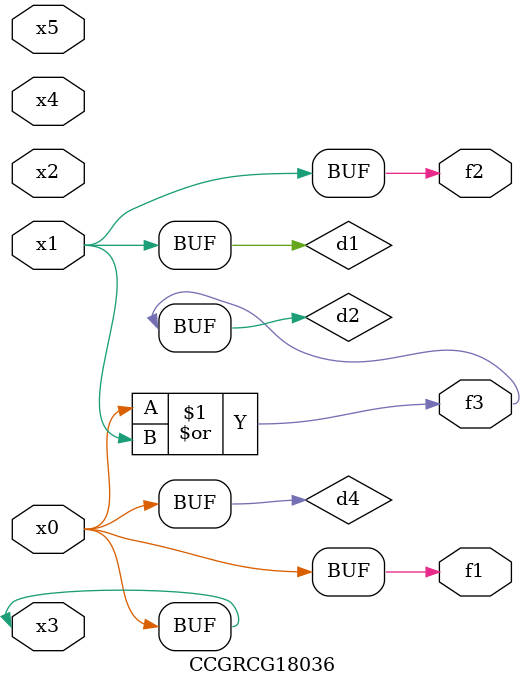
<source format=v>
module CCGRCG18036(
	input x0, x1, x2, x3, x4, x5,
	output f1, f2, f3
);

	wire d1, d2, d3, d4;

	and (d1, x1);
	or (d2, x0, x1);
	nand (d3, x0, x5);
	buf (d4, x0, x3);
	assign f1 = d4;
	assign f2 = d1;
	assign f3 = d2;
endmodule

</source>
